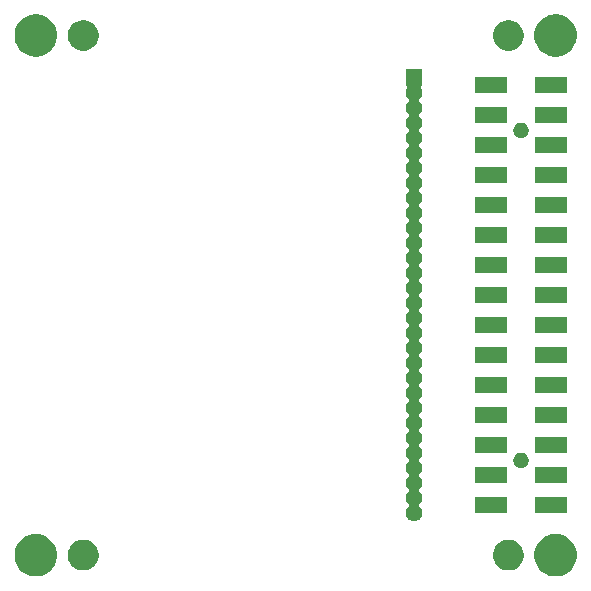
<source format=gbr>
G04 #@! TF.GenerationSoftware,KiCad,Pcbnew,5.1.2-f72e74a~84~ubuntu18.04.1*
G04 #@! TF.CreationDate,2019-07-12T15:09:15+09:00*
G04 #@! TF.ProjectId,top_pcb,746f705f-7063-4622-9e6b-696361645f70,rev?*
G04 #@! TF.SameCoordinates,Original*
G04 #@! TF.FileFunction,Soldermask,Top*
G04 #@! TF.FilePolarity,Negative*
%FSLAX46Y46*%
G04 Gerber Fmt 4.6, Leading zero omitted, Abs format (unit mm)*
G04 Created by KiCad (PCBNEW 5.1.2-f72e74a~84~ubuntu18.04.1) date 2019-07-12 15:09:15*
%MOMM*%
%LPD*%
G04 APERTURE LIST*
%ADD10C,0.100000*%
G04 APERTURE END LIST*
D10*
G36*
X147351163Y-95234587D02*
G01*
X147525041Y-95269173D01*
X147852620Y-95404861D01*
X148147433Y-95601849D01*
X148398151Y-95852567D01*
X148595139Y-96147380D01*
X148730827Y-96474959D01*
X148800000Y-96822716D01*
X148800000Y-97177284D01*
X148730827Y-97525041D01*
X148595139Y-97852620D01*
X148398151Y-98147433D01*
X148147433Y-98398151D01*
X147852620Y-98595139D01*
X147525041Y-98730827D01*
X147351162Y-98765414D01*
X147177286Y-98800000D01*
X146822714Y-98800000D01*
X146648837Y-98765413D01*
X146474959Y-98730827D01*
X146147380Y-98595139D01*
X145852567Y-98398151D01*
X145601849Y-98147433D01*
X145404861Y-97852620D01*
X145269173Y-97525041D01*
X145200000Y-97177284D01*
X145200000Y-96822716D01*
X145269173Y-96474959D01*
X145404861Y-96147380D01*
X145601849Y-95852567D01*
X145852567Y-95601849D01*
X146147380Y-95404861D01*
X146474959Y-95269173D01*
X146648838Y-95234586D01*
X146822714Y-95200000D01*
X147177286Y-95200000D01*
X147351163Y-95234587D01*
X147351163Y-95234587D01*
G37*
G36*
X103351163Y-95234587D02*
G01*
X103525041Y-95269173D01*
X103852620Y-95404861D01*
X104147433Y-95601849D01*
X104398151Y-95852567D01*
X104595139Y-96147380D01*
X104730827Y-96474959D01*
X104800000Y-96822716D01*
X104800000Y-97177284D01*
X104730827Y-97525041D01*
X104595139Y-97852620D01*
X104398151Y-98147433D01*
X104147433Y-98398151D01*
X103852620Y-98595139D01*
X103525041Y-98730827D01*
X103351162Y-98765414D01*
X103177286Y-98800000D01*
X102822714Y-98800000D01*
X102648837Y-98765413D01*
X102474959Y-98730827D01*
X102147380Y-98595139D01*
X101852567Y-98398151D01*
X101601849Y-98147433D01*
X101404861Y-97852620D01*
X101269173Y-97525041D01*
X101200000Y-97177284D01*
X101200000Y-96822716D01*
X101269173Y-96474959D01*
X101404861Y-96147380D01*
X101601849Y-95852567D01*
X101852567Y-95601849D01*
X102147380Y-95404861D01*
X102474959Y-95269173D01*
X102648838Y-95234586D01*
X102822714Y-95200000D01*
X103177286Y-95200000D01*
X103351163Y-95234587D01*
X103351163Y-95234587D01*
G37*
G36*
X107253617Y-95724979D02*
G01*
X107379196Y-95749958D01*
X107615781Y-95847955D01*
X107828702Y-95990224D01*
X108009776Y-96171298D01*
X108152045Y-96384219D01*
X108250042Y-96620804D01*
X108300000Y-96871961D01*
X108300000Y-97128039D01*
X108250042Y-97379196D01*
X108152045Y-97615781D01*
X108009776Y-97828702D01*
X107828702Y-98009776D01*
X107615781Y-98152045D01*
X107379196Y-98250042D01*
X107128040Y-98300000D01*
X106871960Y-98300000D01*
X106746383Y-98275021D01*
X106620804Y-98250042D01*
X106384219Y-98152045D01*
X106171298Y-98009776D01*
X105990224Y-97828702D01*
X105847955Y-97615781D01*
X105749958Y-97379196D01*
X105700000Y-97128039D01*
X105700000Y-96871961D01*
X105749958Y-96620804D01*
X105847955Y-96384219D01*
X105990224Y-96171298D01*
X106171298Y-95990224D01*
X106384219Y-95847955D01*
X106620804Y-95749958D01*
X106746383Y-95724979D01*
X106871960Y-95700000D01*
X107128040Y-95700000D01*
X107253617Y-95724979D01*
X107253617Y-95724979D01*
G37*
G36*
X143253617Y-95724979D02*
G01*
X143379196Y-95749958D01*
X143615781Y-95847955D01*
X143828702Y-95990224D01*
X144009776Y-96171298D01*
X144152045Y-96384219D01*
X144250042Y-96620804D01*
X144300000Y-96871961D01*
X144300000Y-97128039D01*
X144250042Y-97379196D01*
X144152045Y-97615781D01*
X144009776Y-97828702D01*
X143828702Y-98009776D01*
X143615781Y-98152045D01*
X143379196Y-98250042D01*
X143128040Y-98300000D01*
X142871960Y-98300000D01*
X142746383Y-98275021D01*
X142620804Y-98250042D01*
X142384219Y-98152045D01*
X142171298Y-98009776D01*
X141990224Y-97828702D01*
X141847955Y-97615781D01*
X141749958Y-97379196D01*
X141700000Y-97128039D01*
X141700000Y-96871961D01*
X141749958Y-96620804D01*
X141847955Y-96384219D01*
X141990224Y-96171298D01*
X142171298Y-95990224D01*
X142384219Y-95847955D01*
X142620804Y-95749958D01*
X142746383Y-95724979D01*
X142871960Y-95700000D01*
X143128040Y-95700000D01*
X143253617Y-95724979D01*
X143253617Y-95724979D01*
G37*
G36*
X135700000Y-57285000D02*
G01*
X135697598Y-57285000D01*
X135673212Y-57287402D01*
X135649763Y-57294515D01*
X135628152Y-57306066D01*
X135609210Y-57321611D01*
X135593665Y-57340553D01*
X135582114Y-57362164D01*
X135575001Y-57385613D01*
X135572599Y-57409999D01*
X135575001Y-57434385D01*
X135587358Y-57468921D01*
X135649845Y-57585825D01*
X135689872Y-57717776D01*
X135703387Y-57855000D01*
X135689872Y-57992224D01*
X135649845Y-58124175D01*
X135584845Y-58245781D01*
X135497370Y-58352370D01*
X135447394Y-58393384D01*
X135430076Y-58410702D01*
X135416462Y-58431076D01*
X135407085Y-58453715D01*
X135402305Y-58477748D01*
X135402305Y-58502253D01*
X135407086Y-58526286D01*
X135416463Y-58548925D01*
X135430077Y-58569299D01*
X135447394Y-58586616D01*
X135497370Y-58627630D01*
X135584845Y-58734219D01*
X135649845Y-58855825D01*
X135689872Y-58987776D01*
X135703387Y-59125000D01*
X135689872Y-59262224D01*
X135649845Y-59394175D01*
X135584845Y-59515781D01*
X135497370Y-59622370D01*
X135447394Y-59663384D01*
X135430076Y-59680702D01*
X135416462Y-59701076D01*
X135407085Y-59723715D01*
X135402305Y-59747748D01*
X135402305Y-59772253D01*
X135407086Y-59796286D01*
X135416463Y-59818925D01*
X135430077Y-59839299D01*
X135447394Y-59856616D01*
X135497370Y-59897630D01*
X135584845Y-60004219D01*
X135649845Y-60125825D01*
X135689872Y-60257776D01*
X135703387Y-60395000D01*
X135689872Y-60532224D01*
X135649845Y-60664175D01*
X135584845Y-60785781D01*
X135497370Y-60892370D01*
X135447394Y-60933384D01*
X135430076Y-60950702D01*
X135416462Y-60971076D01*
X135407085Y-60993715D01*
X135402305Y-61017748D01*
X135402305Y-61042253D01*
X135407086Y-61066286D01*
X135416463Y-61088925D01*
X135430077Y-61109299D01*
X135447394Y-61126616D01*
X135497370Y-61167630D01*
X135584845Y-61274219D01*
X135649845Y-61395825D01*
X135689872Y-61527776D01*
X135703387Y-61665000D01*
X135689872Y-61802224D01*
X135649845Y-61934175D01*
X135584845Y-62055781D01*
X135497370Y-62162370D01*
X135447394Y-62203384D01*
X135430076Y-62220702D01*
X135416462Y-62241076D01*
X135407085Y-62263715D01*
X135402305Y-62287748D01*
X135402305Y-62312253D01*
X135407086Y-62336286D01*
X135416463Y-62358925D01*
X135430077Y-62379299D01*
X135447394Y-62396616D01*
X135497370Y-62437630D01*
X135584845Y-62544219D01*
X135649845Y-62665825D01*
X135689872Y-62797776D01*
X135703387Y-62935000D01*
X135689872Y-63072224D01*
X135649845Y-63204175D01*
X135584845Y-63325781D01*
X135497370Y-63432370D01*
X135447394Y-63473384D01*
X135430076Y-63490702D01*
X135416462Y-63511076D01*
X135407085Y-63533715D01*
X135402305Y-63557748D01*
X135402305Y-63582253D01*
X135407086Y-63606286D01*
X135416463Y-63628925D01*
X135430077Y-63649299D01*
X135447394Y-63666616D01*
X135497370Y-63707630D01*
X135584845Y-63814219D01*
X135649845Y-63935825D01*
X135689872Y-64067776D01*
X135703387Y-64205000D01*
X135689872Y-64342224D01*
X135649845Y-64474175D01*
X135584845Y-64595781D01*
X135497370Y-64702370D01*
X135447394Y-64743384D01*
X135430076Y-64760702D01*
X135416462Y-64781076D01*
X135407085Y-64803715D01*
X135402305Y-64827748D01*
X135402305Y-64852253D01*
X135407086Y-64876286D01*
X135416463Y-64898925D01*
X135430077Y-64919299D01*
X135447394Y-64936616D01*
X135497370Y-64977630D01*
X135584845Y-65084219D01*
X135649845Y-65205825D01*
X135689872Y-65337776D01*
X135703387Y-65475000D01*
X135689872Y-65612224D01*
X135649845Y-65744175D01*
X135584845Y-65865781D01*
X135497370Y-65972370D01*
X135447394Y-66013384D01*
X135430076Y-66030702D01*
X135416462Y-66051076D01*
X135407085Y-66073715D01*
X135402305Y-66097748D01*
X135402305Y-66122253D01*
X135407086Y-66146286D01*
X135416463Y-66168925D01*
X135430077Y-66189299D01*
X135447394Y-66206616D01*
X135497370Y-66247630D01*
X135584845Y-66354219D01*
X135649845Y-66475825D01*
X135689872Y-66607776D01*
X135703387Y-66745000D01*
X135689872Y-66882224D01*
X135649845Y-67014175D01*
X135584845Y-67135781D01*
X135497370Y-67242370D01*
X135447394Y-67283384D01*
X135430076Y-67300702D01*
X135416462Y-67321076D01*
X135407085Y-67343715D01*
X135402305Y-67367748D01*
X135402305Y-67392253D01*
X135407086Y-67416286D01*
X135416463Y-67438925D01*
X135430077Y-67459299D01*
X135447394Y-67476616D01*
X135497370Y-67517630D01*
X135584845Y-67624219D01*
X135649845Y-67745825D01*
X135689872Y-67877776D01*
X135703387Y-68015000D01*
X135689872Y-68152224D01*
X135649845Y-68284175D01*
X135584845Y-68405781D01*
X135497370Y-68512370D01*
X135447394Y-68553384D01*
X135430076Y-68570702D01*
X135416462Y-68591076D01*
X135407085Y-68613715D01*
X135402305Y-68637748D01*
X135402305Y-68662253D01*
X135407086Y-68686286D01*
X135416463Y-68708925D01*
X135430077Y-68729299D01*
X135447394Y-68746616D01*
X135497370Y-68787630D01*
X135584845Y-68894219D01*
X135649845Y-69015825D01*
X135689872Y-69147776D01*
X135703387Y-69285000D01*
X135689872Y-69422224D01*
X135649845Y-69554175D01*
X135584845Y-69675781D01*
X135497370Y-69782370D01*
X135447394Y-69823384D01*
X135430076Y-69840702D01*
X135416462Y-69861076D01*
X135407085Y-69883715D01*
X135402305Y-69907748D01*
X135402305Y-69932253D01*
X135407086Y-69956286D01*
X135416463Y-69978925D01*
X135430077Y-69999299D01*
X135447394Y-70016616D01*
X135497370Y-70057630D01*
X135584845Y-70164219D01*
X135649845Y-70285825D01*
X135689872Y-70417776D01*
X135703387Y-70555000D01*
X135689872Y-70692224D01*
X135649845Y-70824175D01*
X135584845Y-70945781D01*
X135497370Y-71052370D01*
X135447394Y-71093384D01*
X135430076Y-71110702D01*
X135416462Y-71131076D01*
X135407085Y-71153715D01*
X135402305Y-71177748D01*
X135402305Y-71202253D01*
X135407086Y-71226286D01*
X135416463Y-71248925D01*
X135430077Y-71269299D01*
X135447394Y-71286616D01*
X135497370Y-71327630D01*
X135584845Y-71434219D01*
X135649845Y-71555825D01*
X135689872Y-71687776D01*
X135703387Y-71825000D01*
X135689872Y-71962224D01*
X135649845Y-72094175D01*
X135584845Y-72215781D01*
X135497370Y-72322370D01*
X135447394Y-72363384D01*
X135430076Y-72380702D01*
X135416462Y-72401076D01*
X135407085Y-72423715D01*
X135402305Y-72447748D01*
X135402305Y-72472253D01*
X135407086Y-72496286D01*
X135416463Y-72518925D01*
X135430077Y-72539299D01*
X135447394Y-72556616D01*
X135497370Y-72597630D01*
X135584845Y-72704219D01*
X135649845Y-72825825D01*
X135689872Y-72957776D01*
X135703387Y-73095000D01*
X135689872Y-73232224D01*
X135649845Y-73364175D01*
X135584845Y-73485781D01*
X135497370Y-73592370D01*
X135447394Y-73633384D01*
X135430076Y-73650702D01*
X135416462Y-73671076D01*
X135407085Y-73693715D01*
X135402305Y-73717748D01*
X135402305Y-73742253D01*
X135407086Y-73766286D01*
X135416463Y-73788925D01*
X135430077Y-73809299D01*
X135447394Y-73826616D01*
X135497370Y-73867630D01*
X135584845Y-73974219D01*
X135649845Y-74095825D01*
X135689872Y-74227776D01*
X135703387Y-74365000D01*
X135689872Y-74502224D01*
X135649845Y-74634175D01*
X135584845Y-74755781D01*
X135497370Y-74862370D01*
X135447394Y-74903384D01*
X135430076Y-74920702D01*
X135416462Y-74941076D01*
X135407085Y-74963715D01*
X135402305Y-74987748D01*
X135402305Y-75012253D01*
X135407086Y-75036286D01*
X135416463Y-75058925D01*
X135430077Y-75079299D01*
X135447394Y-75096616D01*
X135497370Y-75137630D01*
X135584845Y-75244219D01*
X135649845Y-75365825D01*
X135689872Y-75497776D01*
X135703387Y-75635000D01*
X135689872Y-75772224D01*
X135649845Y-75904175D01*
X135584845Y-76025781D01*
X135497370Y-76132370D01*
X135447394Y-76173384D01*
X135430076Y-76190702D01*
X135416462Y-76211076D01*
X135407085Y-76233715D01*
X135402305Y-76257748D01*
X135402305Y-76282253D01*
X135407086Y-76306286D01*
X135416463Y-76328925D01*
X135430077Y-76349299D01*
X135447394Y-76366616D01*
X135497370Y-76407630D01*
X135584845Y-76514219D01*
X135649845Y-76635825D01*
X135689872Y-76767776D01*
X135703387Y-76905000D01*
X135689872Y-77042224D01*
X135649845Y-77174175D01*
X135584845Y-77295781D01*
X135497370Y-77402370D01*
X135447394Y-77443384D01*
X135430076Y-77460702D01*
X135416462Y-77481076D01*
X135407085Y-77503715D01*
X135402305Y-77527748D01*
X135402305Y-77552253D01*
X135407086Y-77576286D01*
X135416463Y-77598925D01*
X135430077Y-77619299D01*
X135447394Y-77636616D01*
X135497370Y-77677630D01*
X135584845Y-77784219D01*
X135649845Y-77905825D01*
X135689872Y-78037776D01*
X135703387Y-78175000D01*
X135689872Y-78312224D01*
X135649845Y-78444175D01*
X135584845Y-78565781D01*
X135497370Y-78672370D01*
X135447394Y-78713384D01*
X135430076Y-78730702D01*
X135416462Y-78751076D01*
X135407085Y-78773715D01*
X135402305Y-78797748D01*
X135402305Y-78822253D01*
X135407086Y-78846286D01*
X135416463Y-78868925D01*
X135430077Y-78889299D01*
X135447394Y-78906616D01*
X135497370Y-78947630D01*
X135584845Y-79054219D01*
X135649845Y-79175825D01*
X135689872Y-79307776D01*
X135703387Y-79445000D01*
X135689872Y-79582224D01*
X135649845Y-79714175D01*
X135584845Y-79835781D01*
X135497370Y-79942370D01*
X135447394Y-79983384D01*
X135430076Y-80000702D01*
X135416462Y-80021076D01*
X135407085Y-80043715D01*
X135402305Y-80067748D01*
X135402305Y-80092253D01*
X135407086Y-80116286D01*
X135416463Y-80138925D01*
X135430077Y-80159299D01*
X135447394Y-80176616D01*
X135497370Y-80217630D01*
X135584845Y-80324219D01*
X135649845Y-80445825D01*
X135689872Y-80577776D01*
X135703387Y-80715000D01*
X135689872Y-80852224D01*
X135649845Y-80984175D01*
X135584845Y-81105781D01*
X135497370Y-81212370D01*
X135447394Y-81253384D01*
X135430076Y-81270702D01*
X135416462Y-81291076D01*
X135407085Y-81313715D01*
X135402305Y-81337748D01*
X135402305Y-81362253D01*
X135407086Y-81386286D01*
X135416463Y-81408925D01*
X135430077Y-81429299D01*
X135447394Y-81446616D01*
X135497370Y-81487630D01*
X135584845Y-81594219D01*
X135649845Y-81715825D01*
X135689872Y-81847776D01*
X135703387Y-81985000D01*
X135689872Y-82122224D01*
X135649845Y-82254175D01*
X135584845Y-82375781D01*
X135497370Y-82482370D01*
X135447394Y-82523384D01*
X135430076Y-82540702D01*
X135416462Y-82561076D01*
X135407085Y-82583715D01*
X135402305Y-82607748D01*
X135402305Y-82632253D01*
X135407086Y-82656286D01*
X135416463Y-82678925D01*
X135430077Y-82699299D01*
X135447394Y-82716616D01*
X135497370Y-82757630D01*
X135584845Y-82864219D01*
X135649845Y-82985825D01*
X135689872Y-83117776D01*
X135703387Y-83255000D01*
X135689872Y-83392224D01*
X135649845Y-83524175D01*
X135584845Y-83645781D01*
X135497370Y-83752370D01*
X135447394Y-83793384D01*
X135430076Y-83810702D01*
X135416462Y-83831076D01*
X135407085Y-83853715D01*
X135402305Y-83877748D01*
X135402305Y-83902253D01*
X135407086Y-83926286D01*
X135416463Y-83948925D01*
X135430077Y-83969299D01*
X135447394Y-83986616D01*
X135497370Y-84027630D01*
X135584845Y-84134219D01*
X135649845Y-84255825D01*
X135689872Y-84387776D01*
X135703387Y-84525000D01*
X135689872Y-84662224D01*
X135649845Y-84794175D01*
X135584845Y-84915781D01*
X135497370Y-85022370D01*
X135447394Y-85063384D01*
X135430076Y-85080702D01*
X135416462Y-85101076D01*
X135407085Y-85123715D01*
X135402305Y-85147748D01*
X135402305Y-85172253D01*
X135407086Y-85196286D01*
X135416463Y-85218925D01*
X135430077Y-85239299D01*
X135447394Y-85256616D01*
X135497370Y-85297630D01*
X135584845Y-85404219D01*
X135649845Y-85525825D01*
X135689872Y-85657776D01*
X135703387Y-85795000D01*
X135689872Y-85932224D01*
X135649845Y-86064175D01*
X135584845Y-86185781D01*
X135497370Y-86292370D01*
X135447394Y-86333384D01*
X135430076Y-86350702D01*
X135416462Y-86371076D01*
X135407085Y-86393715D01*
X135402305Y-86417748D01*
X135402305Y-86442253D01*
X135407086Y-86466286D01*
X135416463Y-86488925D01*
X135430077Y-86509299D01*
X135447394Y-86526616D01*
X135497370Y-86567630D01*
X135584845Y-86674219D01*
X135649845Y-86795825D01*
X135689872Y-86927776D01*
X135703387Y-87065000D01*
X135689872Y-87202224D01*
X135649845Y-87334175D01*
X135584845Y-87455781D01*
X135497370Y-87562370D01*
X135447394Y-87603384D01*
X135430076Y-87620702D01*
X135416462Y-87641076D01*
X135407085Y-87663715D01*
X135402305Y-87687748D01*
X135402305Y-87712253D01*
X135407086Y-87736286D01*
X135416463Y-87758925D01*
X135430077Y-87779299D01*
X135447394Y-87796616D01*
X135497370Y-87837630D01*
X135584845Y-87944219D01*
X135649845Y-88065825D01*
X135689872Y-88197776D01*
X135703387Y-88335000D01*
X135689872Y-88472224D01*
X135649845Y-88604175D01*
X135584845Y-88725781D01*
X135497370Y-88832370D01*
X135447394Y-88873384D01*
X135430076Y-88890702D01*
X135416462Y-88911076D01*
X135407085Y-88933715D01*
X135402305Y-88957748D01*
X135402305Y-88982253D01*
X135407086Y-89006286D01*
X135416463Y-89028925D01*
X135430077Y-89049299D01*
X135447394Y-89066616D01*
X135497370Y-89107630D01*
X135584845Y-89214219D01*
X135649845Y-89335825D01*
X135689872Y-89467776D01*
X135703387Y-89605000D01*
X135689872Y-89742224D01*
X135649845Y-89874175D01*
X135584845Y-89995781D01*
X135497370Y-90102370D01*
X135447394Y-90143384D01*
X135430076Y-90160702D01*
X135416462Y-90181076D01*
X135407085Y-90203715D01*
X135402305Y-90227748D01*
X135402305Y-90252253D01*
X135407086Y-90276286D01*
X135416463Y-90298925D01*
X135430077Y-90319299D01*
X135447394Y-90336616D01*
X135497370Y-90377630D01*
X135584845Y-90484219D01*
X135649845Y-90605825D01*
X135689872Y-90737776D01*
X135703387Y-90875000D01*
X135689872Y-91012224D01*
X135649845Y-91144175D01*
X135584845Y-91265781D01*
X135497370Y-91372370D01*
X135447394Y-91413384D01*
X135430076Y-91430702D01*
X135416462Y-91451076D01*
X135407085Y-91473715D01*
X135402305Y-91497748D01*
X135402305Y-91522253D01*
X135407086Y-91546286D01*
X135416463Y-91568925D01*
X135430077Y-91589299D01*
X135447394Y-91606616D01*
X135497370Y-91647630D01*
X135584845Y-91754219D01*
X135649845Y-91875825D01*
X135689872Y-92007776D01*
X135703387Y-92145000D01*
X135689872Y-92282224D01*
X135649845Y-92414175D01*
X135584845Y-92535781D01*
X135497370Y-92642370D01*
X135447394Y-92683384D01*
X135430076Y-92700702D01*
X135416462Y-92721076D01*
X135407085Y-92743715D01*
X135402305Y-92767748D01*
X135402305Y-92792253D01*
X135407086Y-92816286D01*
X135416463Y-92838925D01*
X135430077Y-92859299D01*
X135447394Y-92876616D01*
X135497370Y-92917630D01*
X135584845Y-93024219D01*
X135649845Y-93145825D01*
X135689872Y-93277776D01*
X135703387Y-93415000D01*
X135689872Y-93552224D01*
X135649845Y-93684175D01*
X135584845Y-93805781D01*
X135497370Y-93912370D01*
X135390781Y-93999845D01*
X135269175Y-94064845D01*
X135137224Y-94104872D01*
X135034390Y-94115000D01*
X134965610Y-94115000D01*
X134862776Y-94104872D01*
X134730825Y-94064845D01*
X134609219Y-93999845D01*
X134502630Y-93912370D01*
X134415155Y-93805781D01*
X134350155Y-93684175D01*
X134310128Y-93552224D01*
X134296613Y-93415000D01*
X134310128Y-93277776D01*
X134350155Y-93145825D01*
X134415155Y-93024219D01*
X134502630Y-92917630D01*
X134552606Y-92876616D01*
X134569924Y-92859298D01*
X134583538Y-92838924D01*
X134592915Y-92816285D01*
X134597695Y-92792252D01*
X134597695Y-92767747D01*
X134592914Y-92743714D01*
X134583537Y-92721075D01*
X134569923Y-92700701D01*
X134552606Y-92683384D01*
X134502630Y-92642370D01*
X134415155Y-92535781D01*
X134350155Y-92414175D01*
X134310128Y-92282224D01*
X134296613Y-92145000D01*
X134310128Y-92007776D01*
X134350155Y-91875825D01*
X134415155Y-91754219D01*
X134502630Y-91647630D01*
X134552606Y-91606616D01*
X134569924Y-91589298D01*
X134583538Y-91568924D01*
X134592915Y-91546285D01*
X134597695Y-91522252D01*
X134597695Y-91497747D01*
X134592914Y-91473714D01*
X134583537Y-91451075D01*
X134569923Y-91430701D01*
X134552606Y-91413384D01*
X134502630Y-91372370D01*
X134415155Y-91265781D01*
X134350155Y-91144175D01*
X134310128Y-91012224D01*
X134296613Y-90875000D01*
X134310128Y-90737776D01*
X134350155Y-90605825D01*
X134415155Y-90484219D01*
X134502630Y-90377630D01*
X134552606Y-90336616D01*
X134569924Y-90319298D01*
X134583538Y-90298924D01*
X134592915Y-90276285D01*
X134597695Y-90252252D01*
X134597695Y-90227747D01*
X134592914Y-90203714D01*
X134583537Y-90181075D01*
X134569923Y-90160701D01*
X134552606Y-90143384D01*
X134502630Y-90102370D01*
X134415155Y-89995781D01*
X134350155Y-89874175D01*
X134310128Y-89742224D01*
X134296613Y-89605000D01*
X134310128Y-89467776D01*
X134350155Y-89335825D01*
X134415155Y-89214219D01*
X134502630Y-89107630D01*
X134552606Y-89066616D01*
X134569924Y-89049298D01*
X134583538Y-89028924D01*
X134592915Y-89006285D01*
X134597695Y-88982252D01*
X134597695Y-88957747D01*
X134592914Y-88933714D01*
X134583537Y-88911075D01*
X134569923Y-88890701D01*
X134552606Y-88873384D01*
X134502630Y-88832370D01*
X134415155Y-88725781D01*
X134350155Y-88604175D01*
X134310128Y-88472224D01*
X134296613Y-88335000D01*
X134310128Y-88197776D01*
X134350155Y-88065825D01*
X134415155Y-87944219D01*
X134502630Y-87837630D01*
X134552606Y-87796616D01*
X134569924Y-87779298D01*
X134583538Y-87758924D01*
X134592915Y-87736285D01*
X134597695Y-87712252D01*
X134597695Y-87687747D01*
X134592914Y-87663714D01*
X134583537Y-87641075D01*
X134569923Y-87620701D01*
X134552606Y-87603384D01*
X134502630Y-87562370D01*
X134415155Y-87455781D01*
X134350155Y-87334175D01*
X134310128Y-87202224D01*
X134296613Y-87065000D01*
X134310128Y-86927776D01*
X134350155Y-86795825D01*
X134415155Y-86674219D01*
X134502630Y-86567630D01*
X134552606Y-86526616D01*
X134569924Y-86509298D01*
X134583538Y-86488924D01*
X134592915Y-86466285D01*
X134597695Y-86442252D01*
X134597695Y-86417747D01*
X134592914Y-86393714D01*
X134583537Y-86371075D01*
X134569923Y-86350701D01*
X134552606Y-86333384D01*
X134502630Y-86292370D01*
X134415155Y-86185781D01*
X134350155Y-86064175D01*
X134310128Y-85932224D01*
X134296613Y-85795000D01*
X134310128Y-85657776D01*
X134350155Y-85525825D01*
X134415155Y-85404219D01*
X134502630Y-85297630D01*
X134552606Y-85256616D01*
X134569924Y-85239298D01*
X134583538Y-85218924D01*
X134592915Y-85196285D01*
X134597695Y-85172252D01*
X134597695Y-85147747D01*
X134592914Y-85123714D01*
X134583537Y-85101075D01*
X134569923Y-85080701D01*
X134552606Y-85063384D01*
X134502630Y-85022370D01*
X134415155Y-84915781D01*
X134350155Y-84794175D01*
X134310128Y-84662224D01*
X134296613Y-84525000D01*
X134310128Y-84387776D01*
X134350155Y-84255825D01*
X134415155Y-84134219D01*
X134502630Y-84027630D01*
X134552606Y-83986616D01*
X134569924Y-83969298D01*
X134583538Y-83948924D01*
X134592915Y-83926285D01*
X134597695Y-83902252D01*
X134597695Y-83877747D01*
X134592914Y-83853714D01*
X134583537Y-83831075D01*
X134569923Y-83810701D01*
X134552606Y-83793384D01*
X134502630Y-83752370D01*
X134415155Y-83645781D01*
X134350155Y-83524175D01*
X134310128Y-83392224D01*
X134296613Y-83255000D01*
X134310128Y-83117776D01*
X134350155Y-82985825D01*
X134415155Y-82864219D01*
X134502630Y-82757630D01*
X134552606Y-82716616D01*
X134569924Y-82699298D01*
X134583538Y-82678924D01*
X134592915Y-82656285D01*
X134597695Y-82632252D01*
X134597695Y-82607747D01*
X134592914Y-82583714D01*
X134583537Y-82561075D01*
X134569923Y-82540701D01*
X134552606Y-82523384D01*
X134502630Y-82482370D01*
X134415155Y-82375781D01*
X134350155Y-82254175D01*
X134310128Y-82122224D01*
X134296613Y-81985000D01*
X134310128Y-81847776D01*
X134350155Y-81715825D01*
X134415155Y-81594219D01*
X134502630Y-81487630D01*
X134552606Y-81446616D01*
X134569924Y-81429298D01*
X134583538Y-81408924D01*
X134592915Y-81386285D01*
X134597695Y-81362252D01*
X134597695Y-81337747D01*
X134592914Y-81313714D01*
X134583537Y-81291075D01*
X134569923Y-81270701D01*
X134552606Y-81253384D01*
X134502630Y-81212370D01*
X134415155Y-81105781D01*
X134350155Y-80984175D01*
X134310128Y-80852224D01*
X134296613Y-80715000D01*
X134310128Y-80577776D01*
X134350155Y-80445825D01*
X134415155Y-80324219D01*
X134502630Y-80217630D01*
X134552606Y-80176616D01*
X134569924Y-80159298D01*
X134583538Y-80138924D01*
X134592915Y-80116285D01*
X134597695Y-80092252D01*
X134597695Y-80067747D01*
X134592914Y-80043714D01*
X134583537Y-80021075D01*
X134569923Y-80000701D01*
X134552606Y-79983384D01*
X134502630Y-79942370D01*
X134415155Y-79835781D01*
X134350155Y-79714175D01*
X134310128Y-79582224D01*
X134296613Y-79445000D01*
X134310128Y-79307776D01*
X134350155Y-79175825D01*
X134415155Y-79054219D01*
X134502630Y-78947630D01*
X134552606Y-78906616D01*
X134569924Y-78889298D01*
X134583538Y-78868924D01*
X134592915Y-78846285D01*
X134597695Y-78822252D01*
X134597695Y-78797747D01*
X134592914Y-78773714D01*
X134583537Y-78751075D01*
X134569923Y-78730701D01*
X134552606Y-78713384D01*
X134502630Y-78672370D01*
X134415155Y-78565781D01*
X134350155Y-78444175D01*
X134310128Y-78312224D01*
X134296613Y-78175000D01*
X134310128Y-78037776D01*
X134350155Y-77905825D01*
X134415155Y-77784219D01*
X134502630Y-77677630D01*
X134552606Y-77636616D01*
X134569924Y-77619298D01*
X134583538Y-77598924D01*
X134592915Y-77576285D01*
X134597695Y-77552252D01*
X134597695Y-77527747D01*
X134592914Y-77503714D01*
X134583537Y-77481075D01*
X134569923Y-77460701D01*
X134552606Y-77443384D01*
X134502630Y-77402370D01*
X134415155Y-77295781D01*
X134350155Y-77174175D01*
X134310128Y-77042224D01*
X134296613Y-76905000D01*
X134310128Y-76767776D01*
X134350155Y-76635825D01*
X134415155Y-76514219D01*
X134502630Y-76407630D01*
X134552606Y-76366616D01*
X134569924Y-76349298D01*
X134583538Y-76328924D01*
X134592915Y-76306285D01*
X134597695Y-76282252D01*
X134597695Y-76257747D01*
X134592914Y-76233714D01*
X134583537Y-76211075D01*
X134569923Y-76190701D01*
X134552606Y-76173384D01*
X134502630Y-76132370D01*
X134415155Y-76025781D01*
X134350155Y-75904175D01*
X134310128Y-75772224D01*
X134296613Y-75635000D01*
X134310128Y-75497776D01*
X134350155Y-75365825D01*
X134415155Y-75244219D01*
X134502630Y-75137630D01*
X134552606Y-75096616D01*
X134569924Y-75079298D01*
X134583538Y-75058924D01*
X134592915Y-75036285D01*
X134597695Y-75012252D01*
X134597695Y-74987747D01*
X134592914Y-74963714D01*
X134583537Y-74941075D01*
X134569923Y-74920701D01*
X134552606Y-74903384D01*
X134502630Y-74862370D01*
X134415155Y-74755781D01*
X134350155Y-74634175D01*
X134310128Y-74502224D01*
X134296613Y-74365000D01*
X134310128Y-74227776D01*
X134350155Y-74095825D01*
X134415155Y-73974219D01*
X134502630Y-73867630D01*
X134552606Y-73826616D01*
X134569924Y-73809298D01*
X134583538Y-73788924D01*
X134592915Y-73766285D01*
X134597695Y-73742252D01*
X134597695Y-73717747D01*
X134592914Y-73693714D01*
X134583537Y-73671075D01*
X134569923Y-73650701D01*
X134552606Y-73633384D01*
X134502630Y-73592370D01*
X134415155Y-73485781D01*
X134350155Y-73364175D01*
X134310128Y-73232224D01*
X134296613Y-73095000D01*
X134310128Y-72957776D01*
X134350155Y-72825825D01*
X134415155Y-72704219D01*
X134502630Y-72597630D01*
X134552606Y-72556616D01*
X134569924Y-72539298D01*
X134583538Y-72518924D01*
X134592915Y-72496285D01*
X134597695Y-72472252D01*
X134597695Y-72447747D01*
X134592914Y-72423714D01*
X134583537Y-72401075D01*
X134569923Y-72380701D01*
X134552606Y-72363384D01*
X134502630Y-72322370D01*
X134415155Y-72215781D01*
X134350155Y-72094175D01*
X134310128Y-71962224D01*
X134296613Y-71825000D01*
X134310128Y-71687776D01*
X134350155Y-71555825D01*
X134415155Y-71434219D01*
X134502630Y-71327630D01*
X134552606Y-71286616D01*
X134569924Y-71269298D01*
X134583538Y-71248924D01*
X134592915Y-71226285D01*
X134597695Y-71202252D01*
X134597695Y-71177747D01*
X134592914Y-71153714D01*
X134583537Y-71131075D01*
X134569923Y-71110701D01*
X134552606Y-71093384D01*
X134502630Y-71052370D01*
X134415155Y-70945781D01*
X134350155Y-70824175D01*
X134310128Y-70692224D01*
X134296613Y-70555000D01*
X134310128Y-70417776D01*
X134350155Y-70285825D01*
X134415155Y-70164219D01*
X134502630Y-70057630D01*
X134552606Y-70016616D01*
X134569924Y-69999298D01*
X134583538Y-69978924D01*
X134592915Y-69956285D01*
X134597695Y-69932252D01*
X134597695Y-69907747D01*
X134592914Y-69883714D01*
X134583537Y-69861075D01*
X134569923Y-69840701D01*
X134552606Y-69823384D01*
X134502630Y-69782370D01*
X134415155Y-69675781D01*
X134350155Y-69554175D01*
X134310128Y-69422224D01*
X134296613Y-69285000D01*
X134310128Y-69147776D01*
X134350155Y-69015825D01*
X134415155Y-68894219D01*
X134502630Y-68787630D01*
X134552606Y-68746616D01*
X134569924Y-68729298D01*
X134583538Y-68708924D01*
X134592915Y-68686285D01*
X134597695Y-68662252D01*
X134597695Y-68637747D01*
X134592914Y-68613714D01*
X134583537Y-68591075D01*
X134569923Y-68570701D01*
X134552606Y-68553384D01*
X134502630Y-68512370D01*
X134415155Y-68405781D01*
X134350155Y-68284175D01*
X134310128Y-68152224D01*
X134296613Y-68015000D01*
X134310128Y-67877776D01*
X134350155Y-67745825D01*
X134415155Y-67624219D01*
X134502630Y-67517630D01*
X134552606Y-67476616D01*
X134569924Y-67459298D01*
X134583538Y-67438924D01*
X134592915Y-67416285D01*
X134597695Y-67392252D01*
X134597695Y-67367747D01*
X134592914Y-67343714D01*
X134583537Y-67321075D01*
X134569923Y-67300701D01*
X134552606Y-67283384D01*
X134502630Y-67242370D01*
X134415155Y-67135781D01*
X134350155Y-67014175D01*
X134310128Y-66882224D01*
X134296613Y-66745000D01*
X134310128Y-66607776D01*
X134350155Y-66475825D01*
X134415155Y-66354219D01*
X134502630Y-66247630D01*
X134552606Y-66206616D01*
X134569924Y-66189298D01*
X134583538Y-66168924D01*
X134592915Y-66146285D01*
X134597695Y-66122252D01*
X134597695Y-66097747D01*
X134592914Y-66073714D01*
X134583537Y-66051075D01*
X134569923Y-66030701D01*
X134552606Y-66013384D01*
X134502630Y-65972370D01*
X134415155Y-65865781D01*
X134350155Y-65744175D01*
X134310128Y-65612224D01*
X134296613Y-65475000D01*
X134310128Y-65337776D01*
X134350155Y-65205825D01*
X134415155Y-65084219D01*
X134502630Y-64977630D01*
X134552606Y-64936616D01*
X134569924Y-64919298D01*
X134583538Y-64898924D01*
X134592915Y-64876285D01*
X134597695Y-64852252D01*
X134597695Y-64827747D01*
X134592914Y-64803714D01*
X134583537Y-64781075D01*
X134569923Y-64760701D01*
X134552606Y-64743384D01*
X134502630Y-64702370D01*
X134415155Y-64595781D01*
X134350155Y-64474175D01*
X134310128Y-64342224D01*
X134296613Y-64205000D01*
X134310128Y-64067776D01*
X134350155Y-63935825D01*
X134415155Y-63814219D01*
X134502630Y-63707630D01*
X134552606Y-63666616D01*
X134569924Y-63649298D01*
X134583538Y-63628924D01*
X134592915Y-63606285D01*
X134597695Y-63582252D01*
X134597695Y-63557747D01*
X134592914Y-63533714D01*
X134583537Y-63511075D01*
X134569923Y-63490701D01*
X134552606Y-63473384D01*
X134502630Y-63432370D01*
X134415155Y-63325781D01*
X134350155Y-63204175D01*
X134310128Y-63072224D01*
X134296613Y-62935000D01*
X134310128Y-62797776D01*
X134350155Y-62665825D01*
X134415155Y-62544219D01*
X134502630Y-62437630D01*
X134552606Y-62396616D01*
X134569924Y-62379298D01*
X134583538Y-62358924D01*
X134592915Y-62336285D01*
X134597695Y-62312252D01*
X134597695Y-62287747D01*
X134592914Y-62263714D01*
X134583537Y-62241075D01*
X134569923Y-62220701D01*
X134552606Y-62203384D01*
X134502630Y-62162370D01*
X134415155Y-62055781D01*
X134350155Y-61934175D01*
X134310128Y-61802224D01*
X134296613Y-61665000D01*
X134310128Y-61527776D01*
X134350155Y-61395825D01*
X134415155Y-61274219D01*
X134502630Y-61167630D01*
X134552606Y-61126616D01*
X134569924Y-61109298D01*
X134583538Y-61088924D01*
X134592915Y-61066285D01*
X134597695Y-61042252D01*
X134597695Y-61017747D01*
X134592914Y-60993714D01*
X134583537Y-60971075D01*
X134569923Y-60950701D01*
X134552606Y-60933384D01*
X134502630Y-60892370D01*
X134415155Y-60785781D01*
X134350155Y-60664175D01*
X134310128Y-60532224D01*
X134296613Y-60395000D01*
X134310128Y-60257776D01*
X134350155Y-60125825D01*
X134415155Y-60004219D01*
X134502630Y-59897630D01*
X134552606Y-59856616D01*
X134569924Y-59839298D01*
X134583538Y-59818924D01*
X134592915Y-59796285D01*
X134597695Y-59772252D01*
X134597695Y-59747747D01*
X134592914Y-59723714D01*
X134583537Y-59701075D01*
X134569923Y-59680701D01*
X134552606Y-59663384D01*
X134502630Y-59622370D01*
X134415155Y-59515781D01*
X134350155Y-59394175D01*
X134310128Y-59262224D01*
X134296613Y-59125000D01*
X134310128Y-58987776D01*
X134350155Y-58855825D01*
X134415155Y-58734219D01*
X134502630Y-58627630D01*
X134552606Y-58586616D01*
X134569924Y-58569298D01*
X134583538Y-58548924D01*
X134592915Y-58526285D01*
X134597695Y-58502252D01*
X134597695Y-58477747D01*
X134592914Y-58453714D01*
X134583537Y-58431075D01*
X134569923Y-58410701D01*
X134552606Y-58393384D01*
X134502630Y-58352370D01*
X134415155Y-58245781D01*
X134350155Y-58124175D01*
X134310128Y-57992224D01*
X134296613Y-57855000D01*
X134310128Y-57717776D01*
X134350155Y-57585825D01*
X134412642Y-57468920D01*
X134422019Y-57446284D01*
X134426799Y-57422251D01*
X134426799Y-57397747D01*
X134422019Y-57373714D01*
X134412641Y-57351075D01*
X134399027Y-57330700D01*
X134381700Y-57313373D01*
X134361326Y-57299760D01*
X134338687Y-57290382D01*
X134302402Y-57285000D01*
X134300000Y-57285000D01*
X134300000Y-55885000D01*
X135700000Y-55885000D01*
X135700000Y-57285000D01*
X135700000Y-57285000D01*
G37*
G36*
X147949000Y-93480000D02*
G01*
X145249000Y-93480000D01*
X145249000Y-92080000D01*
X147949000Y-92080000D01*
X147949000Y-93480000D01*
X147949000Y-93480000D01*
G37*
G36*
X142899000Y-93480000D02*
G01*
X140199000Y-93480000D01*
X140199000Y-92080000D01*
X142899000Y-92080000D01*
X142899000Y-93480000D01*
X142899000Y-93480000D01*
G37*
G36*
X142899000Y-90940000D02*
G01*
X140199000Y-90940000D01*
X140199000Y-89540000D01*
X142899000Y-89540000D01*
X142899000Y-90940000D01*
X142899000Y-90940000D01*
G37*
G36*
X147949000Y-90940000D02*
G01*
X145249000Y-90940000D01*
X145249000Y-89540000D01*
X147949000Y-89540000D01*
X147949000Y-90940000D01*
X147949000Y-90940000D01*
G37*
G36*
X144213430Y-88335000D02*
G01*
X144263598Y-88344979D01*
X144312596Y-88365275D01*
X144381889Y-88393977D01*
X144381890Y-88393978D01*
X144488351Y-88465112D01*
X144578888Y-88555649D01*
X144611313Y-88604177D01*
X144650023Y-88662111D01*
X144699021Y-88780403D01*
X144724000Y-88905979D01*
X144724000Y-89034021D01*
X144699021Y-89159597D01*
X144650023Y-89277889D01*
X144650022Y-89277890D01*
X144578888Y-89384351D01*
X144488351Y-89474888D01*
X144417216Y-89522418D01*
X144381889Y-89546023D01*
X144312596Y-89574725D01*
X144263598Y-89595021D01*
X144221738Y-89603347D01*
X144138021Y-89620000D01*
X144009979Y-89620000D01*
X143926262Y-89603347D01*
X143884402Y-89595021D01*
X143835404Y-89574725D01*
X143766111Y-89546023D01*
X143730784Y-89522418D01*
X143659649Y-89474888D01*
X143569112Y-89384351D01*
X143497978Y-89277890D01*
X143497977Y-89277889D01*
X143448979Y-89159597D01*
X143424000Y-89034021D01*
X143424000Y-88905979D01*
X143448979Y-88780403D01*
X143497977Y-88662111D01*
X143536687Y-88604177D01*
X143569112Y-88555649D01*
X143659649Y-88465112D01*
X143766110Y-88393978D01*
X143766111Y-88393977D01*
X143835404Y-88365275D01*
X143884402Y-88344979D01*
X143934570Y-88335000D01*
X144009979Y-88320000D01*
X144138021Y-88320000D01*
X144213430Y-88335000D01*
X144213430Y-88335000D01*
G37*
G36*
X142899000Y-88400000D02*
G01*
X140199000Y-88400000D01*
X140199000Y-87000000D01*
X142899000Y-87000000D01*
X142899000Y-88400000D01*
X142899000Y-88400000D01*
G37*
G36*
X147949000Y-88400000D02*
G01*
X145249000Y-88400000D01*
X145249000Y-87000000D01*
X147949000Y-87000000D01*
X147949000Y-88400000D01*
X147949000Y-88400000D01*
G37*
G36*
X147949000Y-85860000D02*
G01*
X145249000Y-85860000D01*
X145249000Y-84460000D01*
X147949000Y-84460000D01*
X147949000Y-85860000D01*
X147949000Y-85860000D01*
G37*
G36*
X142899000Y-85860000D02*
G01*
X140199000Y-85860000D01*
X140199000Y-84460000D01*
X142899000Y-84460000D01*
X142899000Y-85860000D01*
X142899000Y-85860000D01*
G37*
G36*
X142899000Y-83320000D02*
G01*
X140199000Y-83320000D01*
X140199000Y-81920000D01*
X142899000Y-81920000D01*
X142899000Y-83320000D01*
X142899000Y-83320000D01*
G37*
G36*
X147949000Y-83320000D02*
G01*
X145249000Y-83320000D01*
X145249000Y-81920000D01*
X147949000Y-81920000D01*
X147949000Y-83320000D01*
X147949000Y-83320000D01*
G37*
G36*
X147949000Y-80780000D02*
G01*
X145249000Y-80780000D01*
X145249000Y-79380000D01*
X147949000Y-79380000D01*
X147949000Y-80780000D01*
X147949000Y-80780000D01*
G37*
G36*
X142899000Y-80780000D02*
G01*
X140199000Y-80780000D01*
X140199000Y-79380000D01*
X142899000Y-79380000D01*
X142899000Y-80780000D01*
X142899000Y-80780000D01*
G37*
G36*
X147949000Y-78240000D02*
G01*
X145249000Y-78240000D01*
X145249000Y-76840000D01*
X147949000Y-76840000D01*
X147949000Y-78240000D01*
X147949000Y-78240000D01*
G37*
G36*
X142899000Y-78240000D02*
G01*
X140199000Y-78240000D01*
X140199000Y-76840000D01*
X142899000Y-76840000D01*
X142899000Y-78240000D01*
X142899000Y-78240000D01*
G37*
G36*
X142899000Y-75700000D02*
G01*
X140199000Y-75700000D01*
X140199000Y-74300000D01*
X142899000Y-74300000D01*
X142899000Y-75700000D01*
X142899000Y-75700000D01*
G37*
G36*
X147949000Y-75700000D02*
G01*
X145249000Y-75700000D01*
X145249000Y-74300000D01*
X147949000Y-74300000D01*
X147949000Y-75700000D01*
X147949000Y-75700000D01*
G37*
G36*
X142899000Y-73160000D02*
G01*
X140199000Y-73160000D01*
X140199000Y-71760000D01*
X142899000Y-71760000D01*
X142899000Y-73160000D01*
X142899000Y-73160000D01*
G37*
G36*
X147949000Y-73160000D02*
G01*
X145249000Y-73160000D01*
X145249000Y-71760000D01*
X147949000Y-71760000D01*
X147949000Y-73160000D01*
X147949000Y-73160000D01*
G37*
G36*
X147949000Y-70620000D02*
G01*
X145249000Y-70620000D01*
X145249000Y-69220000D01*
X147949000Y-69220000D01*
X147949000Y-70620000D01*
X147949000Y-70620000D01*
G37*
G36*
X142899000Y-70620000D02*
G01*
X140199000Y-70620000D01*
X140199000Y-69220000D01*
X142899000Y-69220000D01*
X142899000Y-70620000D01*
X142899000Y-70620000D01*
G37*
G36*
X147949000Y-68080000D02*
G01*
X145249000Y-68080000D01*
X145249000Y-66680000D01*
X147949000Y-66680000D01*
X147949000Y-68080000D01*
X147949000Y-68080000D01*
G37*
G36*
X142899000Y-68080000D02*
G01*
X140199000Y-68080000D01*
X140199000Y-66680000D01*
X142899000Y-66680000D01*
X142899000Y-68080000D01*
X142899000Y-68080000D01*
G37*
G36*
X147949000Y-65540000D02*
G01*
X145249000Y-65540000D01*
X145249000Y-64140000D01*
X147949000Y-64140000D01*
X147949000Y-65540000D01*
X147949000Y-65540000D01*
G37*
G36*
X142899000Y-65540000D02*
G01*
X140199000Y-65540000D01*
X140199000Y-64140000D01*
X142899000Y-64140000D01*
X142899000Y-65540000D01*
X142899000Y-65540000D01*
G37*
G36*
X142899000Y-63000000D02*
G01*
X140199000Y-63000000D01*
X140199000Y-61600000D01*
X142899000Y-61600000D01*
X142899000Y-63000000D01*
X142899000Y-63000000D01*
G37*
G36*
X147949000Y-63000000D02*
G01*
X145249000Y-63000000D01*
X145249000Y-61600000D01*
X147949000Y-61600000D01*
X147949000Y-63000000D01*
X147949000Y-63000000D01*
G37*
G36*
X144213430Y-60395000D02*
G01*
X144263598Y-60404979D01*
X144312596Y-60425275D01*
X144381889Y-60453977D01*
X144381890Y-60453978D01*
X144488351Y-60525112D01*
X144578888Y-60615649D01*
X144611313Y-60664177D01*
X144650023Y-60722111D01*
X144699021Y-60840403D01*
X144724000Y-60965979D01*
X144724000Y-61094021D01*
X144699021Y-61219597D01*
X144650023Y-61337889D01*
X144650022Y-61337890D01*
X144578888Y-61444351D01*
X144488351Y-61534888D01*
X144417216Y-61582418D01*
X144381889Y-61606023D01*
X144312596Y-61634725D01*
X144263598Y-61655021D01*
X144221738Y-61663347D01*
X144138021Y-61680000D01*
X144009979Y-61680000D01*
X143926262Y-61663347D01*
X143884402Y-61655021D01*
X143835404Y-61634725D01*
X143766111Y-61606023D01*
X143730784Y-61582418D01*
X143659649Y-61534888D01*
X143569112Y-61444351D01*
X143497978Y-61337890D01*
X143497977Y-61337889D01*
X143448979Y-61219597D01*
X143424000Y-61094021D01*
X143424000Y-60965979D01*
X143448979Y-60840403D01*
X143497977Y-60722111D01*
X143536687Y-60664177D01*
X143569112Y-60615649D01*
X143659649Y-60525112D01*
X143766110Y-60453978D01*
X143766111Y-60453977D01*
X143835404Y-60425275D01*
X143884402Y-60404979D01*
X143934570Y-60395000D01*
X144009979Y-60380000D01*
X144138021Y-60380000D01*
X144213430Y-60395000D01*
X144213430Y-60395000D01*
G37*
G36*
X142899000Y-60460000D02*
G01*
X140199000Y-60460000D01*
X140199000Y-59060000D01*
X142899000Y-59060000D01*
X142899000Y-60460000D01*
X142899000Y-60460000D01*
G37*
G36*
X147949000Y-60460000D02*
G01*
X145249000Y-60460000D01*
X145249000Y-59060000D01*
X147949000Y-59060000D01*
X147949000Y-60460000D01*
X147949000Y-60460000D01*
G37*
G36*
X147949000Y-57920000D02*
G01*
X145249000Y-57920000D01*
X145249000Y-56520000D01*
X147949000Y-56520000D01*
X147949000Y-57920000D01*
X147949000Y-57920000D01*
G37*
G36*
X142899000Y-57920000D02*
G01*
X140199000Y-57920000D01*
X140199000Y-56520000D01*
X142899000Y-56520000D01*
X142899000Y-57920000D01*
X142899000Y-57920000D01*
G37*
G36*
X103351163Y-51234587D02*
G01*
X103525041Y-51269173D01*
X103852620Y-51404861D01*
X104147433Y-51601849D01*
X104398151Y-51852567D01*
X104595139Y-52147380D01*
X104730827Y-52474959D01*
X104800000Y-52822716D01*
X104800000Y-53177284D01*
X104730827Y-53525041D01*
X104595139Y-53852620D01*
X104398151Y-54147433D01*
X104147433Y-54398151D01*
X103852620Y-54595139D01*
X103525041Y-54730827D01*
X103351162Y-54765414D01*
X103177286Y-54800000D01*
X102822714Y-54800000D01*
X102648838Y-54765414D01*
X102474959Y-54730827D01*
X102147380Y-54595139D01*
X101852567Y-54398151D01*
X101601849Y-54147433D01*
X101404861Y-53852620D01*
X101269173Y-53525041D01*
X101200000Y-53177284D01*
X101200000Y-52822716D01*
X101269173Y-52474959D01*
X101404861Y-52147380D01*
X101601849Y-51852567D01*
X101852567Y-51601849D01*
X102147380Y-51404861D01*
X102474959Y-51269173D01*
X102648837Y-51234587D01*
X102822714Y-51200000D01*
X103177286Y-51200000D01*
X103351163Y-51234587D01*
X103351163Y-51234587D01*
G37*
G36*
X147351163Y-51234587D02*
G01*
X147525041Y-51269173D01*
X147852620Y-51404861D01*
X148147433Y-51601849D01*
X148398151Y-51852567D01*
X148595139Y-52147380D01*
X148730827Y-52474959D01*
X148800000Y-52822716D01*
X148800000Y-53177284D01*
X148730827Y-53525041D01*
X148595139Y-53852620D01*
X148398151Y-54147433D01*
X148147433Y-54398151D01*
X147852620Y-54595139D01*
X147525041Y-54730827D01*
X147351162Y-54765414D01*
X147177286Y-54800000D01*
X146822714Y-54800000D01*
X146648838Y-54765414D01*
X146474959Y-54730827D01*
X146147380Y-54595139D01*
X145852567Y-54398151D01*
X145601849Y-54147433D01*
X145404861Y-53852620D01*
X145269173Y-53525041D01*
X145200000Y-53177284D01*
X145200000Y-52822716D01*
X145269173Y-52474959D01*
X145404861Y-52147380D01*
X145601849Y-51852567D01*
X145852567Y-51601849D01*
X146147380Y-51404861D01*
X146474959Y-51269173D01*
X146648837Y-51234587D01*
X146822714Y-51200000D01*
X147177286Y-51200000D01*
X147351163Y-51234587D01*
X147351163Y-51234587D01*
G37*
G36*
X107379196Y-51749958D02*
G01*
X107615781Y-51847955D01*
X107828702Y-51990224D01*
X108009776Y-52171298D01*
X108152045Y-52384219D01*
X108250042Y-52620804D01*
X108300000Y-52871961D01*
X108300000Y-53128039D01*
X108250042Y-53379196D01*
X108152045Y-53615781D01*
X108009776Y-53828702D01*
X107828702Y-54009776D01*
X107615781Y-54152045D01*
X107379196Y-54250042D01*
X107128040Y-54300000D01*
X106871960Y-54300000D01*
X106620804Y-54250042D01*
X106384219Y-54152045D01*
X106171298Y-54009776D01*
X105990224Y-53828702D01*
X105847955Y-53615781D01*
X105749958Y-53379196D01*
X105700000Y-53128039D01*
X105700000Y-52871961D01*
X105749958Y-52620804D01*
X105847955Y-52384219D01*
X105990224Y-52171298D01*
X106171298Y-51990224D01*
X106384219Y-51847955D01*
X106620804Y-51749958D01*
X106871960Y-51700000D01*
X107128040Y-51700000D01*
X107379196Y-51749958D01*
X107379196Y-51749958D01*
G37*
G36*
X143379196Y-51749958D02*
G01*
X143615781Y-51847955D01*
X143828702Y-51990224D01*
X144009776Y-52171298D01*
X144152045Y-52384219D01*
X144250042Y-52620804D01*
X144300000Y-52871961D01*
X144300000Y-53128039D01*
X144250042Y-53379196D01*
X144152045Y-53615781D01*
X144009776Y-53828702D01*
X143828702Y-54009776D01*
X143615781Y-54152045D01*
X143379196Y-54250042D01*
X143128040Y-54300000D01*
X142871960Y-54300000D01*
X142620804Y-54250042D01*
X142384219Y-54152045D01*
X142171298Y-54009776D01*
X141990224Y-53828702D01*
X141847955Y-53615781D01*
X141749958Y-53379196D01*
X141700000Y-53128039D01*
X141700000Y-52871961D01*
X141749958Y-52620804D01*
X141847955Y-52384219D01*
X141990224Y-52171298D01*
X142171298Y-51990224D01*
X142384219Y-51847955D01*
X142620804Y-51749958D01*
X142871960Y-51700000D01*
X143128040Y-51700000D01*
X143379196Y-51749958D01*
X143379196Y-51749958D01*
G37*
M02*

</source>
